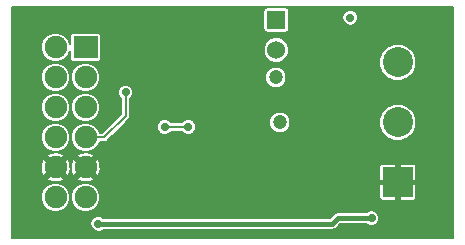
<source format=gbl>
G04 #@! TF.FileFunction,Copper,L2,Bot,Signal*
%FSLAX46Y46*%
G04 Gerber Fmt 4.6, Leading zero omitted, Abs format (unit mm)*
G04 Created by KiCad (PCBNEW 4.0.2+dfsg1-stable) date ven. 29 sept. 2017 08:41:15 CEST*
%MOMM*%
G01*
G04 APERTURE LIST*
%ADD10C,0.100000*%
%ADD11R,2.000000X1.900000*%
%ADD12C,1.900000*%
%ADD13R,2.540000X2.540000*%
%ADD14C,2.540000*%
%ADD15R,1.524000X1.524000*%
%ADD16C,1.524000*%
%ADD17C,1.200000*%
%ADD18C,0.711200*%
%ADD19C,0.406400*%
%ADD20C,0.203200*%
G04 APERTURE END LIST*
D10*
D11*
X136030000Y-98650000D03*
D12*
X136030000Y-101190000D03*
X136030000Y-103730000D03*
X136030000Y-106270000D03*
X136030000Y-108810000D03*
X136030000Y-111350000D03*
X133490000Y-98650000D03*
X133490000Y-101190000D03*
X133490000Y-103730000D03*
X133490000Y-106270000D03*
X133490000Y-108810000D03*
X133490000Y-111350000D03*
D13*
X162470000Y-110080000D03*
D14*
X162470000Y-99920000D03*
X162470000Y-105000000D03*
D15*
X152170000Y-96330000D03*
D16*
X152170000Y-98870000D03*
D17*
X152120600Y-101193600D03*
X152476200Y-105003600D03*
D18*
X148564600Y-108458000D03*
X143967200Y-96570800D03*
X146685000Y-114503200D03*
X153924000Y-114503200D03*
X151511000Y-114503200D03*
X133045200Y-113588800D03*
X141935200Y-107289600D03*
X148590000Y-100177600D03*
X162229800Y-96139000D03*
X152120600Y-102463600D03*
X155168600Y-107975400D03*
X157734000Y-113944400D03*
X152958800Y-112039400D03*
X152400000Y-109270800D03*
X137109200Y-113588800D03*
X160248600Y-113106200D03*
X158445200Y-96139000D03*
X152120600Y-101193600D03*
X152476200Y-105003600D03*
X144729200Y-105384600D03*
X142748000Y-105384600D03*
X139420600Y-102463600D03*
D19*
X152120600Y-102463600D02*
X152857200Y-102463600D01*
X155168600Y-104775000D02*
X155168600Y-107975400D01*
X152857200Y-102463600D02*
X155168600Y-104775000D01*
D20*
X148590000Y-100177600D02*
X150012400Y-100177600D01*
X151333200Y-102463600D02*
X152120600Y-102463600D01*
X150647400Y-101777800D02*
X151333200Y-102463600D01*
X150647400Y-100812600D02*
X150647400Y-101777800D01*
X150012400Y-100177600D02*
X150647400Y-100812600D01*
D19*
X150825200Y-108458000D02*
X151638000Y-109270800D01*
X151638000Y-109270800D02*
X152400000Y-109270800D01*
X148564600Y-108458000D02*
X150825200Y-108458000D01*
D20*
X143967200Y-96570800D02*
X143967200Y-98628200D01*
X145516600Y-100177600D02*
X148590000Y-100177600D01*
X143967200Y-98628200D02*
X145516600Y-100177600D01*
D19*
X131648200Y-110651800D02*
X131648200Y-112191800D01*
X133490000Y-108810000D02*
X131648200Y-110651800D01*
X131648200Y-112191800D02*
X133045200Y-113588800D01*
X133045200Y-113588800D02*
X134848600Y-113588800D01*
X134848600Y-113588800D02*
X135763000Y-114503200D01*
X146685000Y-114503200D02*
X138023600Y-114503200D01*
X138023600Y-114503200D02*
X135763000Y-114503200D01*
X141935200Y-107289600D02*
X137550400Y-107289600D01*
X137550400Y-107289600D02*
X136030000Y-108810000D01*
X162229800Y-96139000D02*
X164312600Y-96139000D01*
X165357600Y-110080000D02*
X162470000Y-110080000D01*
X165912800Y-109524800D02*
X165357600Y-110080000D01*
X165912800Y-97739200D02*
X165912800Y-109524800D01*
X164312600Y-96139000D02*
X165912800Y-97739200D01*
X152120600Y-102463600D02*
X152120600Y-102489000D01*
X152933400Y-107975400D02*
X155168600Y-107975400D01*
X152908000Y-108000800D02*
X152933400Y-107975400D01*
X152400000Y-108508800D02*
X152908000Y-108000800D01*
X152400000Y-108508800D02*
X152400000Y-109270800D01*
X162470000Y-110080000D02*
X162470000Y-113170800D01*
X161696400Y-113944400D02*
X157734000Y-113944400D01*
X162470000Y-113170800D02*
X161696400Y-113944400D01*
X152400000Y-109270800D02*
X152400000Y-110693200D01*
X152958800Y-111252000D02*
X152958800Y-112039400D01*
X152400000Y-110693200D02*
X152958800Y-111252000D01*
X157403800Y-113106200D02*
X156921200Y-113588800D01*
X156921200Y-113588800D02*
X137109200Y-113588800D01*
X160248600Y-113106200D02*
X157403800Y-113106200D01*
D20*
X144729200Y-105384600D02*
X142748000Y-105384600D01*
X136030000Y-106270000D02*
X137595400Y-106270000D01*
X139420600Y-102463600D02*
X139420600Y-104444800D01*
X137595400Y-106270000D02*
X139420600Y-104444800D01*
G36*
X167170200Y-114780200D02*
X129829800Y-114780200D01*
X129829800Y-113719585D01*
X136448686Y-113719585D01*
X136549014Y-113962398D01*
X136734625Y-114148333D01*
X136977262Y-114249085D01*
X137239985Y-114249314D01*
X137482798Y-114148986D01*
X137535075Y-114096800D01*
X156921200Y-114096800D01*
X157115603Y-114058131D01*
X157280410Y-113948010D01*
X157614221Y-113614200D01*
X159822582Y-113614200D01*
X159874025Y-113665733D01*
X160116662Y-113766485D01*
X160379385Y-113766714D01*
X160622198Y-113666386D01*
X160808133Y-113480775D01*
X160908885Y-113238138D01*
X160909114Y-112975415D01*
X160808786Y-112732602D01*
X160623175Y-112546667D01*
X160380538Y-112445915D01*
X160117815Y-112445686D01*
X159875002Y-112546014D01*
X159822725Y-112598200D01*
X157403800Y-112598200D01*
X157209397Y-112636869D01*
X157209395Y-112636870D01*
X157209396Y-112636870D01*
X157044589Y-112746990D01*
X156710780Y-113080800D01*
X137535218Y-113080800D01*
X137483775Y-113029267D01*
X137241138Y-112928515D01*
X136978415Y-112928286D01*
X136735602Y-113028614D01*
X136549667Y-113214225D01*
X136448915Y-113456862D01*
X136448686Y-113719585D01*
X129829800Y-113719585D01*
X129829800Y-111598500D01*
X132234983Y-111598500D01*
X132425612Y-112059859D01*
X132778285Y-112413147D01*
X133239310Y-112604582D01*
X133738500Y-112605017D01*
X134199859Y-112414388D01*
X134553147Y-112061715D01*
X134744582Y-111600690D01*
X134744583Y-111598500D01*
X134774983Y-111598500D01*
X134965612Y-112059859D01*
X135318285Y-112413147D01*
X135779310Y-112604582D01*
X136278500Y-112605017D01*
X136739859Y-112414388D01*
X137093147Y-112061715D01*
X137284582Y-111600690D01*
X137285017Y-111101500D01*
X137094388Y-110640141D01*
X136763425Y-110308600D01*
X160895200Y-110308600D01*
X160895200Y-111410628D01*
X160941603Y-111522655D01*
X161027344Y-111608397D01*
X161139371Y-111654800D01*
X162241400Y-111654800D01*
X162317600Y-111578600D01*
X162317600Y-110232400D01*
X162622400Y-110232400D01*
X162622400Y-111578600D01*
X162698600Y-111654800D01*
X163800629Y-111654800D01*
X163912656Y-111608397D01*
X163998397Y-111522655D01*
X164044800Y-111410628D01*
X164044800Y-110308600D01*
X163968600Y-110232400D01*
X162622400Y-110232400D01*
X162317600Y-110232400D01*
X160971400Y-110232400D01*
X160895200Y-110308600D01*
X136763425Y-110308600D01*
X136741715Y-110286853D01*
X136280690Y-110095418D01*
X135781500Y-110094983D01*
X135320141Y-110285612D01*
X134966853Y-110638285D01*
X134775418Y-111099310D01*
X134774983Y-111598500D01*
X134744583Y-111598500D01*
X134745017Y-111101500D01*
X134554388Y-110640141D01*
X134201715Y-110286853D01*
X133740690Y-110095418D01*
X133241500Y-110094983D01*
X132780141Y-110285612D01*
X132426853Y-110638285D01*
X132235418Y-111099310D01*
X132234983Y-111598500D01*
X129829800Y-111598500D01*
X129829800Y-109761689D01*
X132753837Y-109761689D01*
X132866646Y-109927251D01*
X133341649Y-110080753D01*
X133839237Y-110040794D01*
X134113354Y-109927251D01*
X134226163Y-109761689D01*
X135293837Y-109761689D01*
X135406646Y-109927251D01*
X135881649Y-110080753D01*
X136379237Y-110040794D01*
X136653354Y-109927251D01*
X136766163Y-109761689D01*
X136030000Y-109025526D01*
X135293837Y-109761689D01*
X134226163Y-109761689D01*
X133490000Y-109025526D01*
X132753837Y-109761689D01*
X129829800Y-109761689D01*
X129829800Y-108661649D01*
X132219247Y-108661649D01*
X132259206Y-109159237D01*
X132372749Y-109433354D01*
X132538311Y-109546163D01*
X133274474Y-108810000D01*
X133705526Y-108810000D01*
X134441689Y-109546163D01*
X134607251Y-109433354D01*
X134760753Y-108958351D01*
X134736927Y-108661649D01*
X134759247Y-108661649D01*
X134799206Y-109159237D01*
X134912749Y-109433354D01*
X135078311Y-109546163D01*
X135814474Y-108810000D01*
X136245526Y-108810000D01*
X136981689Y-109546163D01*
X137147251Y-109433354D01*
X137300753Y-108958351D01*
X137283971Y-108749372D01*
X160895200Y-108749372D01*
X160895200Y-109851400D01*
X160971400Y-109927600D01*
X162317600Y-109927600D01*
X162317600Y-108581400D01*
X162622400Y-108581400D01*
X162622400Y-109927600D01*
X163968600Y-109927600D01*
X164044800Y-109851400D01*
X164044800Y-108749372D01*
X163998397Y-108637345D01*
X163912656Y-108551603D01*
X163800629Y-108505200D01*
X162698600Y-108505200D01*
X162622400Y-108581400D01*
X162317600Y-108581400D01*
X162241400Y-108505200D01*
X161139371Y-108505200D01*
X161027344Y-108551603D01*
X160941603Y-108637345D01*
X160895200Y-108749372D01*
X137283971Y-108749372D01*
X137260794Y-108460763D01*
X137147251Y-108186646D01*
X136981689Y-108073837D01*
X136245526Y-108810000D01*
X135814474Y-108810000D01*
X135078311Y-108073837D01*
X134912749Y-108186646D01*
X134759247Y-108661649D01*
X134736927Y-108661649D01*
X134720794Y-108460763D01*
X134607251Y-108186646D01*
X134441689Y-108073837D01*
X133705526Y-108810000D01*
X133274474Y-108810000D01*
X132538311Y-108073837D01*
X132372749Y-108186646D01*
X132219247Y-108661649D01*
X129829800Y-108661649D01*
X129829800Y-107858311D01*
X132753837Y-107858311D01*
X133490000Y-108594474D01*
X134226163Y-107858311D01*
X135293837Y-107858311D01*
X136030000Y-108594474D01*
X136766163Y-107858311D01*
X136653354Y-107692749D01*
X136178351Y-107539247D01*
X135680763Y-107579206D01*
X135406646Y-107692749D01*
X135293837Y-107858311D01*
X134226163Y-107858311D01*
X134113354Y-107692749D01*
X133638351Y-107539247D01*
X133140763Y-107579206D01*
X132866646Y-107692749D01*
X132753837Y-107858311D01*
X129829800Y-107858311D01*
X129829800Y-106518500D01*
X132234983Y-106518500D01*
X132425612Y-106979859D01*
X132778285Y-107333147D01*
X133239310Y-107524582D01*
X133738500Y-107525017D01*
X134199859Y-107334388D01*
X134553147Y-106981715D01*
X134744582Y-106520690D01*
X134744583Y-106518500D01*
X134774983Y-106518500D01*
X134965612Y-106979859D01*
X135318285Y-107333147D01*
X135779310Y-107524582D01*
X136278500Y-107525017D01*
X136739859Y-107334388D01*
X137093147Y-106981715D01*
X137219925Y-106676400D01*
X137595400Y-106676400D01*
X137750923Y-106645465D01*
X137882768Y-106557368D01*
X138924751Y-105515385D01*
X142087486Y-105515385D01*
X142187814Y-105758198D01*
X142373425Y-105944133D01*
X142616062Y-106044885D01*
X142878785Y-106045114D01*
X143121598Y-105944786D01*
X143275652Y-105791000D01*
X144201759Y-105791000D01*
X144354625Y-105944133D01*
X144597262Y-106044885D01*
X144859985Y-106045114D01*
X145102798Y-105944786D01*
X145288733Y-105759175D01*
X145389485Y-105516538D01*
X145389714Y-105253815D01*
X145360366Y-105182786D01*
X151571243Y-105182786D01*
X151708701Y-105515458D01*
X151963003Y-105770205D01*
X152295435Y-105908243D01*
X152655386Y-105908557D01*
X152988058Y-105771099D01*
X153242805Y-105516797D01*
X153327896Y-105311873D01*
X160894927Y-105311873D01*
X161134171Y-105890887D01*
X161576783Y-106334272D01*
X162155379Y-106574526D01*
X162781873Y-106575073D01*
X163360887Y-106335829D01*
X163804272Y-105893217D01*
X164044526Y-105314621D01*
X164045073Y-104688127D01*
X163805829Y-104109113D01*
X163363217Y-103665728D01*
X162784621Y-103425474D01*
X162158127Y-103424927D01*
X161579113Y-103664171D01*
X161135728Y-104106783D01*
X160895474Y-104685379D01*
X160894927Y-105311873D01*
X153327896Y-105311873D01*
X153380843Y-105184365D01*
X153381157Y-104824414D01*
X153243699Y-104491742D01*
X152989397Y-104236995D01*
X152656965Y-104098957D01*
X152297014Y-104098643D01*
X151964342Y-104236101D01*
X151709595Y-104490403D01*
X151571557Y-104822835D01*
X151571243Y-105182786D01*
X145360366Y-105182786D01*
X145289386Y-105011002D01*
X145103775Y-104825067D01*
X144861138Y-104724315D01*
X144598415Y-104724086D01*
X144355602Y-104824414D01*
X144201548Y-104978200D01*
X143275441Y-104978200D01*
X143122575Y-104825067D01*
X142879938Y-104724315D01*
X142617215Y-104724086D01*
X142374402Y-104824414D01*
X142188467Y-105010025D01*
X142087715Y-105252662D01*
X142087486Y-105515385D01*
X138924751Y-105515385D01*
X139707968Y-104732168D01*
X139796066Y-104600322D01*
X139827000Y-104444800D01*
X139827000Y-102991041D01*
X139980133Y-102838175D01*
X140080885Y-102595538D01*
X140081114Y-102332815D01*
X139980786Y-102090002D01*
X139795175Y-101904067D01*
X139552538Y-101803315D01*
X139289815Y-101803086D01*
X139047002Y-101903414D01*
X138861067Y-102089025D01*
X138760315Y-102331662D01*
X138760086Y-102594385D01*
X138860414Y-102837198D01*
X139014200Y-102991252D01*
X139014200Y-104276464D01*
X137427064Y-105863600D01*
X137219774Y-105863600D01*
X137094388Y-105560141D01*
X136741715Y-105206853D01*
X136280690Y-105015418D01*
X135781500Y-105014983D01*
X135320141Y-105205612D01*
X134966853Y-105558285D01*
X134775418Y-106019310D01*
X134774983Y-106518500D01*
X134744583Y-106518500D01*
X134745017Y-106021500D01*
X134554388Y-105560141D01*
X134201715Y-105206853D01*
X133740690Y-105015418D01*
X133241500Y-105014983D01*
X132780141Y-105205612D01*
X132426853Y-105558285D01*
X132235418Y-106019310D01*
X132234983Y-106518500D01*
X129829800Y-106518500D01*
X129829800Y-103978500D01*
X132234983Y-103978500D01*
X132425612Y-104439859D01*
X132778285Y-104793147D01*
X133239310Y-104984582D01*
X133738500Y-104985017D01*
X134199859Y-104794388D01*
X134553147Y-104441715D01*
X134744582Y-103980690D01*
X134744583Y-103978500D01*
X134774983Y-103978500D01*
X134965612Y-104439859D01*
X135318285Y-104793147D01*
X135779310Y-104984582D01*
X136278500Y-104985017D01*
X136739859Y-104794388D01*
X137093147Y-104441715D01*
X137284582Y-103980690D01*
X137285017Y-103481500D01*
X137094388Y-103020141D01*
X136741715Y-102666853D01*
X136280690Y-102475418D01*
X135781500Y-102474983D01*
X135320141Y-102665612D01*
X134966853Y-103018285D01*
X134775418Y-103479310D01*
X134774983Y-103978500D01*
X134744583Y-103978500D01*
X134745017Y-103481500D01*
X134554388Y-103020141D01*
X134201715Y-102666853D01*
X133740690Y-102475418D01*
X133241500Y-102474983D01*
X132780141Y-102665612D01*
X132426853Y-103018285D01*
X132235418Y-103479310D01*
X132234983Y-103978500D01*
X129829800Y-103978500D01*
X129829800Y-101438500D01*
X132234983Y-101438500D01*
X132425612Y-101899859D01*
X132778285Y-102253147D01*
X133239310Y-102444582D01*
X133738500Y-102445017D01*
X134199859Y-102254388D01*
X134553147Y-101901715D01*
X134744582Y-101440690D01*
X134744583Y-101438500D01*
X134774983Y-101438500D01*
X134965612Y-101899859D01*
X135318285Y-102253147D01*
X135779310Y-102444582D01*
X136278500Y-102445017D01*
X136739859Y-102254388D01*
X137093147Y-101901715D01*
X137284582Y-101440690D01*
X137284641Y-101372786D01*
X151215643Y-101372786D01*
X151353101Y-101705458D01*
X151607403Y-101960205D01*
X151939835Y-102098243D01*
X152299786Y-102098557D01*
X152632458Y-101961099D01*
X152887205Y-101706797D01*
X153025243Y-101374365D01*
X153025557Y-101014414D01*
X152888099Y-100681742D01*
X152633797Y-100426995D01*
X152301365Y-100288957D01*
X151941414Y-100288643D01*
X151608742Y-100426101D01*
X151353995Y-100680403D01*
X151215957Y-101012835D01*
X151215643Y-101372786D01*
X137284641Y-101372786D01*
X137285017Y-100941500D01*
X137094388Y-100480141D01*
X136846553Y-100231873D01*
X160894927Y-100231873D01*
X161134171Y-100810887D01*
X161576783Y-101254272D01*
X162155379Y-101494526D01*
X162781873Y-101495073D01*
X163360887Y-101255829D01*
X163804272Y-100813217D01*
X164044526Y-100234621D01*
X164045073Y-99608127D01*
X163805829Y-99029113D01*
X163363217Y-98585728D01*
X162784621Y-98345474D01*
X162158127Y-98344927D01*
X161579113Y-98584171D01*
X161135728Y-99026783D01*
X160895474Y-99605379D01*
X160894927Y-100231873D01*
X136846553Y-100231873D01*
X136741715Y-100126853D01*
X136280690Y-99935418D01*
X135781500Y-99934983D01*
X135320141Y-100125612D01*
X134966853Y-100478285D01*
X134775418Y-100939310D01*
X134774983Y-101438500D01*
X134744583Y-101438500D01*
X134745017Y-100941500D01*
X134554388Y-100480141D01*
X134201715Y-100126853D01*
X133740690Y-99935418D01*
X133241500Y-99934983D01*
X132780141Y-100125612D01*
X132426853Y-100478285D01*
X132235418Y-100939310D01*
X132234983Y-101438500D01*
X129829800Y-101438500D01*
X129829800Y-98898500D01*
X132234983Y-98898500D01*
X132425612Y-99359859D01*
X132778285Y-99713147D01*
X133239310Y-99904582D01*
X133738500Y-99905017D01*
X134199859Y-99714388D01*
X134553147Y-99361715D01*
X134719229Y-98961747D01*
X134719229Y-99600000D01*
X134740482Y-99712952D01*
X134807237Y-99816692D01*
X134909093Y-99886287D01*
X135030000Y-99910771D01*
X137030000Y-99910771D01*
X137142952Y-99889518D01*
X137246692Y-99822763D01*
X137316287Y-99720907D01*
X137340771Y-99600000D01*
X137340771Y-99081269D01*
X151103015Y-99081269D01*
X151265084Y-99473504D01*
X151564917Y-99773862D01*
X151956869Y-99936615D01*
X152381269Y-99936985D01*
X152773504Y-99774916D01*
X153073862Y-99475083D01*
X153236615Y-99083131D01*
X153236985Y-98658731D01*
X153074916Y-98266496D01*
X152775083Y-97966138D01*
X152383131Y-97803385D01*
X151958731Y-97803015D01*
X151566496Y-97965084D01*
X151266138Y-98264917D01*
X151103385Y-98656869D01*
X151103015Y-99081269D01*
X137340771Y-99081269D01*
X137340771Y-97700000D01*
X137319518Y-97587048D01*
X137252763Y-97483308D01*
X137150907Y-97413713D01*
X137030000Y-97389229D01*
X135030000Y-97389229D01*
X134917048Y-97410482D01*
X134813308Y-97477237D01*
X134743713Y-97579093D01*
X134719229Y-97700000D01*
X134719229Y-98339088D01*
X134554388Y-97940141D01*
X134201715Y-97586853D01*
X133740690Y-97395418D01*
X133241500Y-97394983D01*
X132780141Y-97585612D01*
X132426853Y-97938285D01*
X132235418Y-98399310D01*
X132234983Y-98898500D01*
X129829800Y-98898500D01*
X129829800Y-95568000D01*
X151097229Y-95568000D01*
X151097229Y-97092000D01*
X151118482Y-97204952D01*
X151185237Y-97308692D01*
X151287093Y-97378287D01*
X151408000Y-97402771D01*
X152932000Y-97402771D01*
X153044952Y-97381518D01*
X153148692Y-97314763D01*
X153218287Y-97212907D01*
X153242771Y-97092000D01*
X153242771Y-96269785D01*
X157784686Y-96269785D01*
X157885014Y-96512598D01*
X158070625Y-96698533D01*
X158313262Y-96799285D01*
X158575985Y-96799514D01*
X158818798Y-96699186D01*
X159004733Y-96513575D01*
X159105485Y-96270938D01*
X159105714Y-96008215D01*
X159005386Y-95765402D01*
X158819775Y-95579467D01*
X158577138Y-95478715D01*
X158314415Y-95478486D01*
X158071602Y-95578814D01*
X157885667Y-95764425D01*
X157784915Y-96007062D01*
X157784686Y-96269785D01*
X153242771Y-96269785D01*
X153242771Y-95568000D01*
X153221518Y-95455048D01*
X153154763Y-95351308D01*
X153052907Y-95281713D01*
X152932000Y-95257229D01*
X151408000Y-95257229D01*
X151295048Y-95278482D01*
X151191308Y-95345237D01*
X151121713Y-95447093D01*
X151097229Y-95568000D01*
X129829800Y-95568000D01*
X129829800Y-95219800D01*
X167170200Y-95219800D01*
X167170200Y-114780200D01*
X167170200Y-114780200D01*
G37*
X167170200Y-114780200D02*
X129829800Y-114780200D01*
X129829800Y-113719585D01*
X136448686Y-113719585D01*
X136549014Y-113962398D01*
X136734625Y-114148333D01*
X136977262Y-114249085D01*
X137239985Y-114249314D01*
X137482798Y-114148986D01*
X137535075Y-114096800D01*
X156921200Y-114096800D01*
X157115603Y-114058131D01*
X157280410Y-113948010D01*
X157614221Y-113614200D01*
X159822582Y-113614200D01*
X159874025Y-113665733D01*
X160116662Y-113766485D01*
X160379385Y-113766714D01*
X160622198Y-113666386D01*
X160808133Y-113480775D01*
X160908885Y-113238138D01*
X160909114Y-112975415D01*
X160808786Y-112732602D01*
X160623175Y-112546667D01*
X160380538Y-112445915D01*
X160117815Y-112445686D01*
X159875002Y-112546014D01*
X159822725Y-112598200D01*
X157403800Y-112598200D01*
X157209397Y-112636869D01*
X157209395Y-112636870D01*
X157209396Y-112636870D01*
X157044589Y-112746990D01*
X156710780Y-113080800D01*
X137535218Y-113080800D01*
X137483775Y-113029267D01*
X137241138Y-112928515D01*
X136978415Y-112928286D01*
X136735602Y-113028614D01*
X136549667Y-113214225D01*
X136448915Y-113456862D01*
X136448686Y-113719585D01*
X129829800Y-113719585D01*
X129829800Y-111598500D01*
X132234983Y-111598500D01*
X132425612Y-112059859D01*
X132778285Y-112413147D01*
X133239310Y-112604582D01*
X133738500Y-112605017D01*
X134199859Y-112414388D01*
X134553147Y-112061715D01*
X134744582Y-111600690D01*
X134744583Y-111598500D01*
X134774983Y-111598500D01*
X134965612Y-112059859D01*
X135318285Y-112413147D01*
X135779310Y-112604582D01*
X136278500Y-112605017D01*
X136739859Y-112414388D01*
X137093147Y-112061715D01*
X137284582Y-111600690D01*
X137285017Y-111101500D01*
X137094388Y-110640141D01*
X136763425Y-110308600D01*
X160895200Y-110308600D01*
X160895200Y-111410628D01*
X160941603Y-111522655D01*
X161027344Y-111608397D01*
X161139371Y-111654800D01*
X162241400Y-111654800D01*
X162317600Y-111578600D01*
X162317600Y-110232400D01*
X162622400Y-110232400D01*
X162622400Y-111578600D01*
X162698600Y-111654800D01*
X163800629Y-111654800D01*
X163912656Y-111608397D01*
X163998397Y-111522655D01*
X164044800Y-111410628D01*
X164044800Y-110308600D01*
X163968600Y-110232400D01*
X162622400Y-110232400D01*
X162317600Y-110232400D01*
X160971400Y-110232400D01*
X160895200Y-110308600D01*
X136763425Y-110308600D01*
X136741715Y-110286853D01*
X136280690Y-110095418D01*
X135781500Y-110094983D01*
X135320141Y-110285612D01*
X134966853Y-110638285D01*
X134775418Y-111099310D01*
X134774983Y-111598500D01*
X134744583Y-111598500D01*
X134745017Y-111101500D01*
X134554388Y-110640141D01*
X134201715Y-110286853D01*
X133740690Y-110095418D01*
X133241500Y-110094983D01*
X132780141Y-110285612D01*
X132426853Y-110638285D01*
X132235418Y-111099310D01*
X132234983Y-111598500D01*
X129829800Y-111598500D01*
X129829800Y-109761689D01*
X132753837Y-109761689D01*
X132866646Y-109927251D01*
X133341649Y-110080753D01*
X133839237Y-110040794D01*
X134113354Y-109927251D01*
X134226163Y-109761689D01*
X135293837Y-109761689D01*
X135406646Y-109927251D01*
X135881649Y-110080753D01*
X136379237Y-110040794D01*
X136653354Y-109927251D01*
X136766163Y-109761689D01*
X136030000Y-109025526D01*
X135293837Y-109761689D01*
X134226163Y-109761689D01*
X133490000Y-109025526D01*
X132753837Y-109761689D01*
X129829800Y-109761689D01*
X129829800Y-108661649D01*
X132219247Y-108661649D01*
X132259206Y-109159237D01*
X132372749Y-109433354D01*
X132538311Y-109546163D01*
X133274474Y-108810000D01*
X133705526Y-108810000D01*
X134441689Y-109546163D01*
X134607251Y-109433354D01*
X134760753Y-108958351D01*
X134736927Y-108661649D01*
X134759247Y-108661649D01*
X134799206Y-109159237D01*
X134912749Y-109433354D01*
X135078311Y-109546163D01*
X135814474Y-108810000D01*
X136245526Y-108810000D01*
X136981689Y-109546163D01*
X137147251Y-109433354D01*
X137300753Y-108958351D01*
X137283971Y-108749372D01*
X160895200Y-108749372D01*
X160895200Y-109851400D01*
X160971400Y-109927600D01*
X162317600Y-109927600D01*
X162317600Y-108581400D01*
X162622400Y-108581400D01*
X162622400Y-109927600D01*
X163968600Y-109927600D01*
X164044800Y-109851400D01*
X164044800Y-108749372D01*
X163998397Y-108637345D01*
X163912656Y-108551603D01*
X163800629Y-108505200D01*
X162698600Y-108505200D01*
X162622400Y-108581400D01*
X162317600Y-108581400D01*
X162241400Y-108505200D01*
X161139371Y-108505200D01*
X161027344Y-108551603D01*
X160941603Y-108637345D01*
X160895200Y-108749372D01*
X137283971Y-108749372D01*
X137260794Y-108460763D01*
X137147251Y-108186646D01*
X136981689Y-108073837D01*
X136245526Y-108810000D01*
X135814474Y-108810000D01*
X135078311Y-108073837D01*
X134912749Y-108186646D01*
X134759247Y-108661649D01*
X134736927Y-108661649D01*
X134720794Y-108460763D01*
X134607251Y-108186646D01*
X134441689Y-108073837D01*
X133705526Y-108810000D01*
X133274474Y-108810000D01*
X132538311Y-108073837D01*
X132372749Y-108186646D01*
X132219247Y-108661649D01*
X129829800Y-108661649D01*
X129829800Y-107858311D01*
X132753837Y-107858311D01*
X133490000Y-108594474D01*
X134226163Y-107858311D01*
X135293837Y-107858311D01*
X136030000Y-108594474D01*
X136766163Y-107858311D01*
X136653354Y-107692749D01*
X136178351Y-107539247D01*
X135680763Y-107579206D01*
X135406646Y-107692749D01*
X135293837Y-107858311D01*
X134226163Y-107858311D01*
X134113354Y-107692749D01*
X133638351Y-107539247D01*
X133140763Y-107579206D01*
X132866646Y-107692749D01*
X132753837Y-107858311D01*
X129829800Y-107858311D01*
X129829800Y-106518500D01*
X132234983Y-106518500D01*
X132425612Y-106979859D01*
X132778285Y-107333147D01*
X133239310Y-107524582D01*
X133738500Y-107525017D01*
X134199859Y-107334388D01*
X134553147Y-106981715D01*
X134744582Y-106520690D01*
X134744583Y-106518500D01*
X134774983Y-106518500D01*
X134965612Y-106979859D01*
X135318285Y-107333147D01*
X135779310Y-107524582D01*
X136278500Y-107525017D01*
X136739859Y-107334388D01*
X137093147Y-106981715D01*
X137219925Y-106676400D01*
X137595400Y-106676400D01*
X137750923Y-106645465D01*
X137882768Y-106557368D01*
X138924751Y-105515385D01*
X142087486Y-105515385D01*
X142187814Y-105758198D01*
X142373425Y-105944133D01*
X142616062Y-106044885D01*
X142878785Y-106045114D01*
X143121598Y-105944786D01*
X143275652Y-105791000D01*
X144201759Y-105791000D01*
X144354625Y-105944133D01*
X144597262Y-106044885D01*
X144859985Y-106045114D01*
X145102798Y-105944786D01*
X145288733Y-105759175D01*
X145389485Y-105516538D01*
X145389714Y-105253815D01*
X145360366Y-105182786D01*
X151571243Y-105182786D01*
X151708701Y-105515458D01*
X151963003Y-105770205D01*
X152295435Y-105908243D01*
X152655386Y-105908557D01*
X152988058Y-105771099D01*
X153242805Y-105516797D01*
X153327896Y-105311873D01*
X160894927Y-105311873D01*
X161134171Y-105890887D01*
X161576783Y-106334272D01*
X162155379Y-106574526D01*
X162781873Y-106575073D01*
X163360887Y-106335829D01*
X163804272Y-105893217D01*
X164044526Y-105314621D01*
X164045073Y-104688127D01*
X163805829Y-104109113D01*
X163363217Y-103665728D01*
X162784621Y-103425474D01*
X162158127Y-103424927D01*
X161579113Y-103664171D01*
X161135728Y-104106783D01*
X160895474Y-104685379D01*
X160894927Y-105311873D01*
X153327896Y-105311873D01*
X153380843Y-105184365D01*
X153381157Y-104824414D01*
X153243699Y-104491742D01*
X152989397Y-104236995D01*
X152656965Y-104098957D01*
X152297014Y-104098643D01*
X151964342Y-104236101D01*
X151709595Y-104490403D01*
X151571557Y-104822835D01*
X151571243Y-105182786D01*
X145360366Y-105182786D01*
X145289386Y-105011002D01*
X145103775Y-104825067D01*
X144861138Y-104724315D01*
X144598415Y-104724086D01*
X144355602Y-104824414D01*
X144201548Y-104978200D01*
X143275441Y-104978200D01*
X143122575Y-104825067D01*
X142879938Y-104724315D01*
X142617215Y-104724086D01*
X142374402Y-104824414D01*
X142188467Y-105010025D01*
X142087715Y-105252662D01*
X142087486Y-105515385D01*
X138924751Y-105515385D01*
X139707968Y-104732168D01*
X139796066Y-104600322D01*
X139827000Y-104444800D01*
X139827000Y-102991041D01*
X139980133Y-102838175D01*
X140080885Y-102595538D01*
X140081114Y-102332815D01*
X139980786Y-102090002D01*
X139795175Y-101904067D01*
X139552538Y-101803315D01*
X139289815Y-101803086D01*
X139047002Y-101903414D01*
X138861067Y-102089025D01*
X138760315Y-102331662D01*
X138760086Y-102594385D01*
X138860414Y-102837198D01*
X139014200Y-102991252D01*
X139014200Y-104276464D01*
X137427064Y-105863600D01*
X137219774Y-105863600D01*
X137094388Y-105560141D01*
X136741715Y-105206853D01*
X136280690Y-105015418D01*
X135781500Y-105014983D01*
X135320141Y-105205612D01*
X134966853Y-105558285D01*
X134775418Y-106019310D01*
X134774983Y-106518500D01*
X134744583Y-106518500D01*
X134745017Y-106021500D01*
X134554388Y-105560141D01*
X134201715Y-105206853D01*
X133740690Y-105015418D01*
X133241500Y-105014983D01*
X132780141Y-105205612D01*
X132426853Y-105558285D01*
X132235418Y-106019310D01*
X132234983Y-106518500D01*
X129829800Y-106518500D01*
X129829800Y-103978500D01*
X132234983Y-103978500D01*
X132425612Y-104439859D01*
X132778285Y-104793147D01*
X133239310Y-104984582D01*
X133738500Y-104985017D01*
X134199859Y-104794388D01*
X134553147Y-104441715D01*
X134744582Y-103980690D01*
X134744583Y-103978500D01*
X134774983Y-103978500D01*
X134965612Y-104439859D01*
X135318285Y-104793147D01*
X135779310Y-104984582D01*
X136278500Y-104985017D01*
X136739859Y-104794388D01*
X137093147Y-104441715D01*
X137284582Y-103980690D01*
X137285017Y-103481500D01*
X137094388Y-103020141D01*
X136741715Y-102666853D01*
X136280690Y-102475418D01*
X135781500Y-102474983D01*
X135320141Y-102665612D01*
X134966853Y-103018285D01*
X134775418Y-103479310D01*
X134774983Y-103978500D01*
X134744583Y-103978500D01*
X134745017Y-103481500D01*
X134554388Y-103020141D01*
X134201715Y-102666853D01*
X133740690Y-102475418D01*
X133241500Y-102474983D01*
X132780141Y-102665612D01*
X132426853Y-103018285D01*
X132235418Y-103479310D01*
X132234983Y-103978500D01*
X129829800Y-103978500D01*
X129829800Y-101438500D01*
X132234983Y-101438500D01*
X132425612Y-101899859D01*
X132778285Y-102253147D01*
X133239310Y-102444582D01*
X133738500Y-102445017D01*
X134199859Y-102254388D01*
X134553147Y-101901715D01*
X134744582Y-101440690D01*
X134744583Y-101438500D01*
X134774983Y-101438500D01*
X134965612Y-101899859D01*
X135318285Y-102253147D01*
X135779310Y-102444582D01*
X136278500Y-102445017D01*
X136739859Y-102254388D01*
X137093147Y-101901715D01*
X137284582Y-101440690D01*
X137284641Y-101372786D01*
X151215643Y-101372786D01*
X151353101Y-101705458D01*
X151607403Y-101960205D01*
X151939835Y-102098243D01*
X152299786Y-102098557D01*
X152632458Y-101961099D01*
X152887205Y-101706797D01*
X153025243Y-101374365D01*
X153025557Y-101014414D01*
X152888099Y-100681742D01*
X152633797Y-100426995D01*
X152301365Y-100288957D01*
X151941414Y-100288643D01*
X151608742Y-100426101D01*
X151353995Y-100680403D01*
X151215957Y-101012835D01*
X151215643Y-101372786D01*
X137284641Y-101372786D01*
X137285017Y-100941500D01*
X137094388Y-100480141D01*
X136846553Y-100231873D01*
X160894927Y-100231873D01*
X161134171Y-100810887D01*
X161576783Y-101254272D01*
X162155379Y-101494526D01*
X162781873Y-101495073D01*
X163360887Y-101255829D01*
X163804272Y-100813217D01*
X164044526Y-100234621D01*
X164045073Y-99608127D01*
X163805829Y-99029113D01*
X163363217Y-98585728D01*
X162784621Y-98345474D01*
X162158127Y-98344927D01*
X161579113Y-98584171D01*
X161135728Y-99026783D01*
X160895474Y-99605379D01*
X160894927Y-100231873D01*
X136846553Y-100231873D01*
X136741715Y-100126853D01*
X136280690Y-99935418D01*
X135781500Y-99934983D01*
X135320141Y-100125612D01*
X134966853Y-100478285D01*
X134775418Y-100939310D01*
X134774983Y-101438500D01*
X134744583Y-101438500D01*
X134745017Y-100941500D01*
X134554388Y-100480141D01*
X134201715Y-100126853D01*
X133740690Y-99935418D01*
X133241500Y-99934983D01*
X132780141Y-100125612D01*
X132426853Y-100478285D01*
X132235418Y-100939310D01*
X132234983Y-101438500D01*
X129829800Y-101438500D01*
X129829800Y-98898500D01*
X132234983Y-98898500D01*
X132425612Y-99359859D01*
X132778285Y-99713147D01*
X133239310Y-99904582D01*
X133738500Y-99905017D01*
X134199859Y-99714388D01*
X134553147Y-99361715D01*
X134719229Y-98961747D01*
X134719229Y-99600000D01*
X134740482Y-99712952D01*
X134807237Y-99816692D01*
X134909093Y-99886287D01*
X135030000Y-99910771D01*
X137030000Y-99910771D01*
X137142952Y-99889518D01*
X137246692Y-99822763D01*
X137316287Y-99720907D01*
X137340771Y-99600000D01*
X137340771Y-99081269D01*
X151103015Y-99081269D01*
X151265084Y-99473504D01*
X151564917Y-99773862D01*
X151956869Y-99936615D01*
X152381269Y-99936985D01*
X152773504Y-99774916D01*
X153073862Y-99475083D01*
X153236615Y-99083131D01*
X153236985Y-98658731D01*
X153074916Y-98266496D01*
X152775083Y-97966138D01*
X152383131Y-97803385D01*
X151958731Y-97803015D01*
X151566496Y-97965084D01*
X151266138Y-98264917D01*
X151103385Y-98656869D01*
X151103015Y-99081269D01*
X137340771Y-99081269D01*
X137340771Y-97700000D01*
X137319518Y-97587048D01*
X137252763Y-97483308D01*
X137150907Y-97413713D01*
X137030000Y-97389229D01*
X135030000Y-97389229D01*
X134917048Y-97410482D01*
X134813308Y-97477237D01*
X134743713Y-97579093D01*
X134719229Y-97700000D01*
X134719229Y-98339088D01*
X134554388Y-97940141D01*
X134201715Y-97586853D01*
X133740690Y-97395418D01*
X133241500Y-97394983D01*
X132780141Y-97585612D01*
X132426853Y-97938285D01*
X132235418Y-98399310D01*
X132234983Y-98898500D01*
X129829800Y-98898500D01*
X129829800Y-95568000D01*
X151097229Y-95568000D01*
X151097229Y-97092000D01*
X151118482Y-97204952D01*
X151185237Y-97308692D01*
X151287093Y-97378287D01*
X151408000Y-97402771D01*
X152932000Y-97402771D01*
X153044952Y-97381518D01*
X153148692Y-97314763D01*
X153218287Y-97212907D01*
X153242771Y-97092000D01*
X153242771Y-96269785D01*
X157784686Y-96269785D01*
X157885014Y-96512598D01*
X158070625Y-96698533D01*
X158313262Y-96799285D01*
X158575985Y-96799514D01*
X158818798Y-96699186D01*
X159004733Y-96513575D01*
X159105485Y-96270938D01*
X159105714Y-96008215D01*
X159005386Y-95765402D01*
X158819775Y-95579467D01*
X158577138Y-95478715D01*
X158314415Y-95478486D01*
X158071602Y-95578814D01*
X157885667Y-95764425D01*
X157784915Y-96007062D01*
X157784686Y-96269785D01*
X153242771Y-96269785D01*
X153242771Y-95568000D01*
X153221518Y-95455048D01*
X153154763Y-95351308D01*
X153052907Y-95281713D01*
X152932000Y-95257229D01*
X151408000Y-95257229D01*
X151295048Y-95278482D01*
X151191308Y-95345237D01*
X151121713Y-95447093D01*
X151097229Y-95568000D01*
X129829800Y-95568000D01*
X129829800Y-95219800D01*
X167170200Y-95219800D01*
X167170200Y-114780200D01*
M02*

</source>
